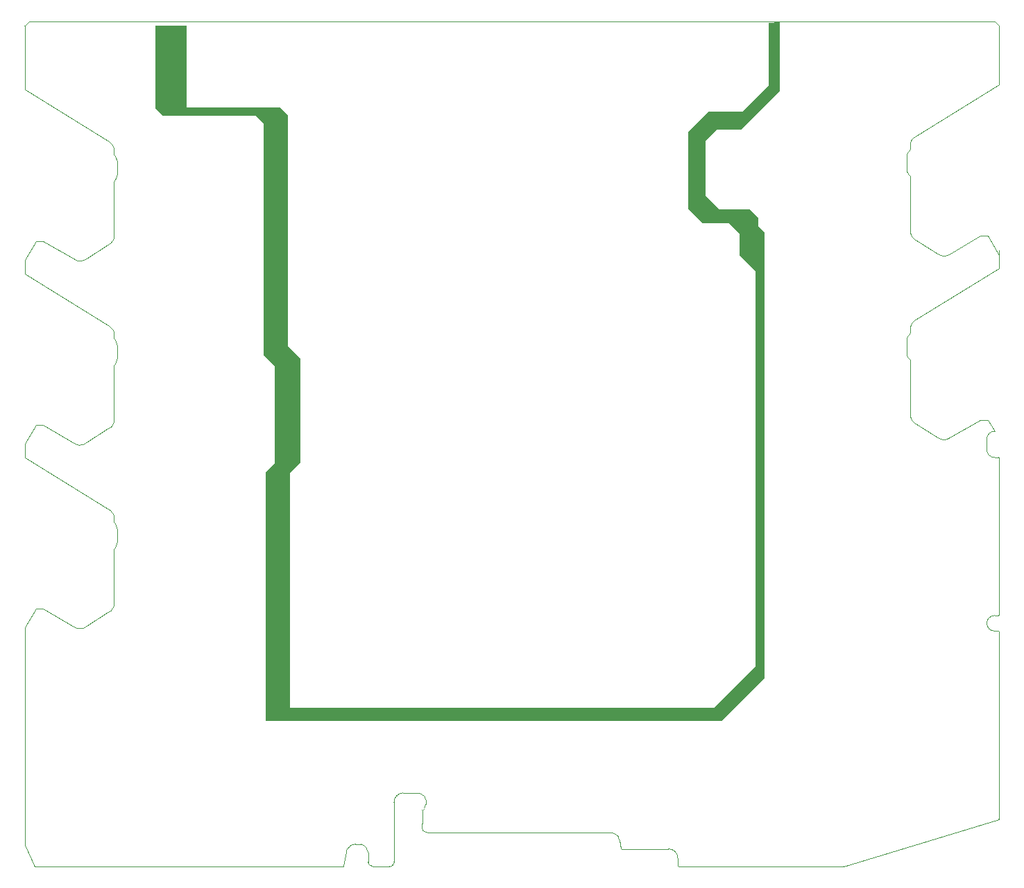
<source format=gko>
G04*
G04 #@! TF.GenerationSoftware,Altium Limited,Altium Designer,19.0.6 (157)*
G04*
G04 Layer_Color=16711935*
%FSLAX44Y44*%
%MOMM*%
G71*
G01*
G75*
%ADD10C,0.1000*%
G36*
X1384000Y1936500D02*
X1337250Y1889750D01*
X1306750D01*
X1293250Y1876250D01*
Y1808500D01*
X1310000Y1791750D01*
X1347750D01*
X1357500Y1782000D01*
Y1771250D01*
X1365000Y1763750D01*
Y1219250D01*
X1313000Y1167250D01*
X756250Y1167250D01*
X756250Y1173250D01*
X756250D01*
X756250Y1471000D01*
X767500Y1482250D01*
Y1600500D01*
X754250Y1613750D01*
Y1897000D01*
X745000Y1906250D01*
X631500D01*
X621750Y1916000D01*
X621750Y2016719D01*
X659750Y2016719D01*
X659750Y1916250D01*
X774000D01*
X783750Y1906500D01*
Y1624750D01*
X798750Y1609750D01*
Y1482750D01*
X785750Y1469750D01*
X785750Y1183000D01*
X1303750Y1183000D01*
X1354250Y1233500D01*
Y1717000D01*
X1335000Y1736250D01*
Y1761500D01*
X1321750Y1774750D01*
X1289500D01*
X1271750Y1792500D01*
Y1886000D01*
X1297000Y1911250D01*
X1338250D01*
X1370250Y1943250D01*
Y2019750D01*
X1384000Y2020250D01*
Y1936500D01*
D02*
G37*
D10*
X1646001Y1520997D02*
G03*
X1636504Y1511500I0J-9496D01*
G01*
Y1498500D02*
G03*
X1646001Y1489004I9496J0D01*
G01*
X851200Y989496D02*
G03*
X851697Y989917I0J504D01*
G01*
X854712Y1007244D02*
G03*
X854719Y1007334I-496J90D01*
G01*
X856610Y1011897D02*
G03*
X854719Y1007334I4564J-4564D01*
G01*
X856610Y1011897D02*
G03*
X856613Y1011900I-356J356D01*
G01*
X858220Y1013507D02*
G03*
X858224Y1013511I-352J360D01*
G01*
X866033Y1016746D02*
G03*
X858224Y1013511I0J-11044D01*
G01*
X866033Y1016746D02*
G03*
X866041Y1016746I0J504D01*
G01*
X875128Y1015660D02*
G03*
X872500Y1016746I-2628J-2634D01*
G01*
X875131Y1015656D02*
G03*
X875128Y1015660I-2631J-2631D01*
G01*
X875391Y1015397D02*
G03*
X875750Y1015246I359J353D01*
G01*
X876386Y1014983D02*
G03*
X875750Y1015246I-636J-636D01*
G01*
X876386Y1014983D02*
G03*
X876390Y1014978I356J356D01*
G01*
X881496Y1006546D02*
G03*
X879144Y1012225I-8032J0D01*
G01*
X881496Y994768D02*
G03*
X882894Y991394I4772J0D01*
G01*
X882894Y991394D02*
G03*
X886871Y989746I3978J3978D01*
G01*
X907500D02*
G03*
X907681Y989780I0J504D01*
G01*
X910931Y991030D02*
G03*
X911207Y991287I-181J470D01*
G01*
X911206Y991285D02*
G03*
X911207Y991288I-456J214D01*
G01*
X912956Y995035D02*
G03*
X912957Y995038I-456J214D01*
G01*
X912956Y995037D02*
G03*
X913004Y995250I-457J213D01*
G01*
X916388Y1075926D02*
G03*
X913004Y1067750I8183J-8176D01*
G01*
X916392Y1075929D02*
G03*
X916388Y1075926I8179J-8179D01*
G01*
X916392Y1075929D02*
G03*
X916395Y1075932I-356J356D01*
G01*
X916603Y1076141D02*
G03*
X916606Y1076144I-353J359D01*
G01*
X924096Y1079246D02*
G03*
X916606Y1076144I0J-10592D01*
G01*
X949176Y1075862D02*
G03*
X941000Y1079246I-8176J-8183D01*
G01*
X949176Y1075862D02*
G03*
X949179Y1075858I360J353D01*
G01*
X950391Y1074647D02*
G03*
X950394Y1074644I359J353D01*
G01*
X952246Y1070172D02*
G03*
X950394Y1074644I-6325J0D01*
G01*
X950147Y1060860D02*
G03*
X952246Y1065932I-5079J5072D01*
G01*
X950147Y1060860D02*
G03*
X950144Y1060856I353J-360D01*
G01*
X947679Y1058391D02*
G03*
X947496Y1058003I321J-388D01*
G01*
X947394Y1041356D02*
G03*
X947496Y1041604I-247J247D01*
G01*
X947394Y1041356D02*
G03*
X947246Y1041000I356J-356D01*
G01*
Y1036268D02*
G03*
X948644Y1032894I4772J0D01*
G01*
X948644Y1032894D02*
G03*
X953828Y1030746I5185J5185D01*
G01*
X1185644Y1027144D02*
G03*
X1176947Y1030746I-8697J-8697D01*
G01*
X1185644Y1027144D02*
G03*
X1185647Y1027141I356J356D01*
G01*
X1186238Y1026549D02*
G03*
X1186235Y1026553I-5222J-5216D01*
G01*
X1188397Y1021334D02*
G03*
X1186238Y1026549I-7381J0D01*
G01*
X1188397Y1021334D02*
G03*
X1188404Y1021248I504J0D01*
G01*
X1188404Y1021249D02*
G03*
X1188404Y1021247I497J85D01*
G01*
X1190104Y1011415D02*
G03*
X1190104Y1011413I497J85D01*
G01*
X1190104Y1011414D02*
G03*
X1190600Y1010996I496J86D01*
G01*
X1259497Y999500D02*
G03*
X1248000Y1010996I-11496J0D01*
G01*
X1259497Y990000D02*
G03*
X1260000Y989496I504J0D01*
G01*
X1462000D02*
G03*
X1462151Y989519I0J504D01*
G01*
X1651145Y1047300D02*
G03*
X1651504Y1047783I-144J483D01*
G01*
Y1276500D02*
G03*
X1651001Y1277004I-504J0D01*
G01*
X1636504Y1286500D02*
G03*
X1646001Y1277004I9496J0D01*
G01*
Y1295996D02*
G03*
X1636504Y1286500I0J-9496D01*
G01*
X1651001Y1295996D02*
G03*
X1651504Y1296500I0J504D01*
G01*
Y1488500D02*
G03*
X1651001Y1489004I-504J0D01*
G01*
X1651504Y2016001D02*
G03*
X1651354Y2016360I-504J0D01*
G01*
X1646360Y2021354D02*
G03*
X1646001Y2021504I-359J-353D01*
G01*
X468000D02*
G03*
X467641Y2021354I0J-504D01*
G01*
X462647Y2016360D02*
G03*
X462496Y2016001I353J-359D01*
G01*
X463000Y1277004D02*
G03*
X462496Y1276500I0J-504D01*
G01*
Y1015734D02*
G03*
X462543Y1015521I504J0D01*
G01*
X474543Y989787D02*
G03*
X475000Y989496I457J213D01*
G01*
X1651377Y1944480D02*
Y1958501D01*
X1548572Y1880997D02*
X1651377Y1944480D01*
X1546638Y1879512D02*
X1548572Y1880997D01*
X1545045Y1877667D02*
X1546638Y1879512D01*
X1543858Y1875538D02*
X1545045Y1877667D01*
X1543125Y1873212D02*
X1543858Y1875538D01*
X1542877Y1870787D02*
X1543125Y1873212D01*
X1542877Y1865425D02*
Y1870787D01*
X1541186Y1863558D02*
X1542877Y1865425D01*
X1539923Y1861379D02*
X1541186Y1863558D01*
X1539141Y1858985D02*
X1539923Y1861379D01*
X1538877Y1856480D02*
X1539141Y1858985D01*
X1538877Y1841480D02*
Y1856480D01*
Y1841480D02*
X1539141Y1838976D01*
X1539923Y1836582D01*
X1541186Y1834403D01*
X1542877Y1832536D01*
Y1766080D02*
Y1832536D01*
Y1766080D02*
X1543119Y1763683D01*
X1543835Y1761382D01*
X1544996Y1759270D01*
X1546556Y1757434D01*
X1548450Y1755946D01*
X1577740Y1737372D01*
X1580082Y1736223D01*
X1582616Y1735607D01*
X1585224Y1735553D01*
X1587782Y1736064D01*
X1590170Y1737116D01*
X1628877Y1759480D01*
X1637877D01*
X1651377Y1736480D01*
Y1721480D02*
Y1736480D01*
X1646001Y1489004D02*
X1651001D01*
X1637755Y1534998D02*
X1645981Y1520984D01*
X1636504Y1498500D02*
Y1511500D01*
X1628755Y1534998D02*
X1637755D01*
X1590048Y1512634D02*
X1628755Y1534998D01*
X1587661Y1511582D02*
X1590048Y1512634D01*
X1585103Y1511071D02*
X1587661Y1511582D01*
X1582495Y1511125D02*
X1585103Y1511071D01*
X1579960Y1511740D02*
X1582495Y1511125D01*
X1577618Y1512890D02*
X1579960Y1511740D01*
X1548329Y1531463D02*
X1577618Y1512890D01*
X1546434Y1532952D02*
X1548329Y1531463D01*
X1544874Y1534788D02*
X1546434Y1532952D01*
X1543713Y1536900D02*
X1544874Y1534788D01*
X1542997Y1539200D02*
X1543713Y1536900D01*
X1542755Y1541598D02*
X1542997Y1539200D01*
X1542755Y1541598D02*
Y1608054D01*
X1541065Y1609921D02*
X1542755Y1608054D01*
X1539801Y1612099D02*
X1541065Y1609921D01*
X1539019Y1614493D02*
X1539801Y1612099D01*
X1538755Y1616998D02*
X1539019Y1614493D01*
X1538755Y1616998D02*
Y1631998D01*
X1539019Y1634503D01*
X1539801Y1636897D01*
X1541065Y1639076D01*
X1542755Y1640942D01*
Y1646305D01*
X1543003Y1648730D01*
X1543736Y1651055D01*
X1544924Y1653184D01*
X1546517Y1655029D01*
X1548450Y1656515D01*
X1651255Y1719998D01*
Y1741998D01*
X462495Y1490500D02*
Y1505500D01*
X475995Y1528500D01*
X484996D01*
X523703Y1506136D01*
X526090Y1505084D01*
X528648Y1504573D01*
X531256Y1504626D01*
X533791Y1505243D01*
X536133Y1506392D01*
X565422Y1524966D01*
X567317Y1526454D01*
X568877Y1528291D01*
X570037Y1530402D01*
X570754Y1532702D01*
X570996Y1535100D01*
Y1601556D01*
X572686Y1603423D01*
X573950Y1605601D01*
X574731Y1607995D01*
X574995Y1610500D01*
Y1625500D01*
X574731Y1628005D02*
X574995Y1625500D01*
X573950Y1630399D02*
X574731Y1628005D01*
X572686Y1632577D02*
X573950Y1630399D01*
X570996Y1634444D02*
X572686Y1632577D01*
X570996Y1634444D02*
Y1639807D01*
X570748Y1642232D02*
X570996Y1639807D01*
X570015Y1644557D02*
X570748Y1642232D01*
X568827Y1646687D02*
X570015Y1644557D01*
X567234Y1648532D02*
X568827Y1646687D01*
X565300Y1650017D02*
X567234Y1648532D01*
X462495Y1713500D02*
X565300Y1650017D01*
X462495Y1713500D02*
Y1729750D01*
Y1266250D02*
Y1281250D01*
X475995Y1304250D01*
X484995D01*
X523703Y1281886D01*
X526090Y1280834D01*
X528648Y1280323D01*
X531256Y1280376D01*
X533791Y1280993D01*
X536133Y1282142D01*
X565422Y1300716D01*
X567317Y1302204D01*
X568877Y1304041D01*
X570037Y1306152D01*
X570754Y1308453D01*
X570996Y1310850D01*
Y1377306D01*
X572686Y1379173D01*
X573950Y1381351D01*
X574731Y1383745D01*
X574995Y1386250D01*
Y1401250D01*
X574731Y1403755D02*
X574995Y1401250D01*
X573950Y1406149D02*
X574731Y1403755D01*
X572686Y1408327D02*
X573950Y1406149D01*
X570996Y1410194D02*
X572686Y1408327D01*
X570996Y1410194D02*
Y1415557D01*
X570748Y1417982D02*
X570996Y1415557D01*
X570015Y1420307D02*
X570748Y1417982D01*
X568827Y1422437D02*
X570015Y1420307D01*
X567234Y1424282D02*
X568827Y1422437D01*
X565300Y1425767D02*
X567234Y1424282D01*
X462495Y1489250D02*
X565300Y1425767D01*
X462495Y1489250D02*
Y1505912D01*
Y1715164D02*
Y1730164D01*
X475995Y1753164D01*
X484996D01*
X523703Y1730800D01*
X526090Y1729748D01*
X528648Y1729237D01*
X531256Y1729290D01*
X533791Y1729907D01*
X536133Y1731056D01*
X565422Y1749630D01*
X567317Y1751118D01*
X568877Y1752955D01*
X570037Y1755066D01*
X570754Y1757366D01*
X570996Y1759764D01*
Y1826220D01*
X572686Y1828086D01*
X573950Y1830265D01*
X574731Y1832659D01*
X574995Y1835164D01*
Y1850164D01*
X574731Y1852668D02*
X574995Y1850164D01*
X573950Y1855063D02*
X574731Y1852668D01*
X572686Y1857241D02*
X573950Y1855063D01*
X570996Y1859108D02*
X572686Y1857241D01*
X570996Y1859108D02*
Y1864471D01*
X570748Y1866896D02*
X570996Y1864471D01*
X570015Y1869221D02*
X570748Y1866896D01*
X568827Y1871351D02*
X570015Y1869221D01*
X567234Y1873196D02*
X568827Y1871351D01*
X565300Y1874680D02*
X567234Y1873196D01*
X462495Y1938164D02*
X565300Y1874680D01*
X462495Y1938164D02*
Y1960164D01*
X475000Y989496D02*
X851200D01*
X851697Y989917D02*
X854712Y1007244D01*
X854712Y1007247D01*
X854712Y1007244D02*
X854712Y1007247D01*
X856610Y1011897D02*
X856613Y1011900D01*
X856610Y1011897D02*
X858224Y1013511D01*
X858220Y1013507D02*
X858224Y1013511D01*
X866033Y1016746D02*
X866040D01*
X866033D02*
X872500D01*
X875131Y1015657D02*
X875394Y1015394D01*
X875391Y1015396D02*
X875394Y1015394D01*
X876386Y1014983D02*
X876390Y1014978D01*
X876386Y1014983D02*
X879144Y1012225D01*
X881496Y994768D02*
Y1006546D01*
X886871Y989746D02*
X907500D01*
X907681Y989780D02*
X910931Y991030D01*
X911207Y991287D02*
X911207Y991288D01*
X911206Y991285D02*
X911207Y991288D01*
X912956Y995035D01*
X912957Y995038D01*
X912956Y995035D02*
X912957Y995038D01*
X912957Y995037D02*
X912957Y995038D01*
X913004Y995250D02*
Y1067750D01*
X916392Y1075929D02*
X916395Y1075932D01*
X916392Y1075929D02*
X916606Y1076144D01*
X916603Y1076141D02*
X916606Y1076144D01*
X924096Y1079246D02*
X941000D01*
X949179Y1075858D02*
X950394Y1074644D01*
X950391Y1074647D02*
X950394Y1074644D01*
Y1074643D02*
Y1074644D01*
X952246Y1065932D02*
Y1070172D01*
X947679Y1058392D02*
X950144Y1060856D01*
X947496Y1041604D02*
Y1058003D01*
X947246Y1036268D02*
Y1041000D01*
X953828Y1030746D02*
X1176947D01*
X1185644Y1027144D02*
X1185647Y1027141D01*
X1185644Y1027144D02*
X1186235Y1026553D01*
X1188404Y1021247D02*
Y1021248D01*
X1188403Y1021249D02*
X1188404Y1021247D01*
X1190104Y1011415D01*
Y1011414D02*
X1190104Y1011413D01*
X1190601Y1010996D02*
X1248001D01*
X1259497Y990000D02*
Y999500D01*
X1260001Y989496D02*
X1462001D01*
X1462148Y989519D02*
X1462151Y989519D01*
X1462148Y989519D02*
X1462151Y989519D01*
X1651145Y1047300D01*
X1651148Y1047301D01*
X1651145Y1047300D02*
X1651148Y1047301D01*
X1651504Y1047783D02*
Y1276500D01*
X1646001Y1277004D02*
X1651001D01*
X1646001Y1295996D02*
X1651001D01*
X1651504Y1296500D02*
Y1488501D01*
Y1958501D02*
Y2016001D01*
X1651354Y2016360D02*
X1651357Y2016357D01*
X1646357Y2021357D02*
X1651357Y2016357D01*
X1646357Y2021357D02*
X1646360Y2021354D01*
X468000Y2021504D02*
X1646001D01*
X467641Y2021354D02*
X467644Y2021357D01*
X462644Y2016357D02*
X467644Y2021357D01*
X462644Y2016357D02*
X462647Y2016360D01*
X462496Y1958501D02*
Y2016001D01*
Y1015734D02*
Y1276500D01*
X462543Y1015521D02*
X474544Y989787D01*
M02*

</source>
